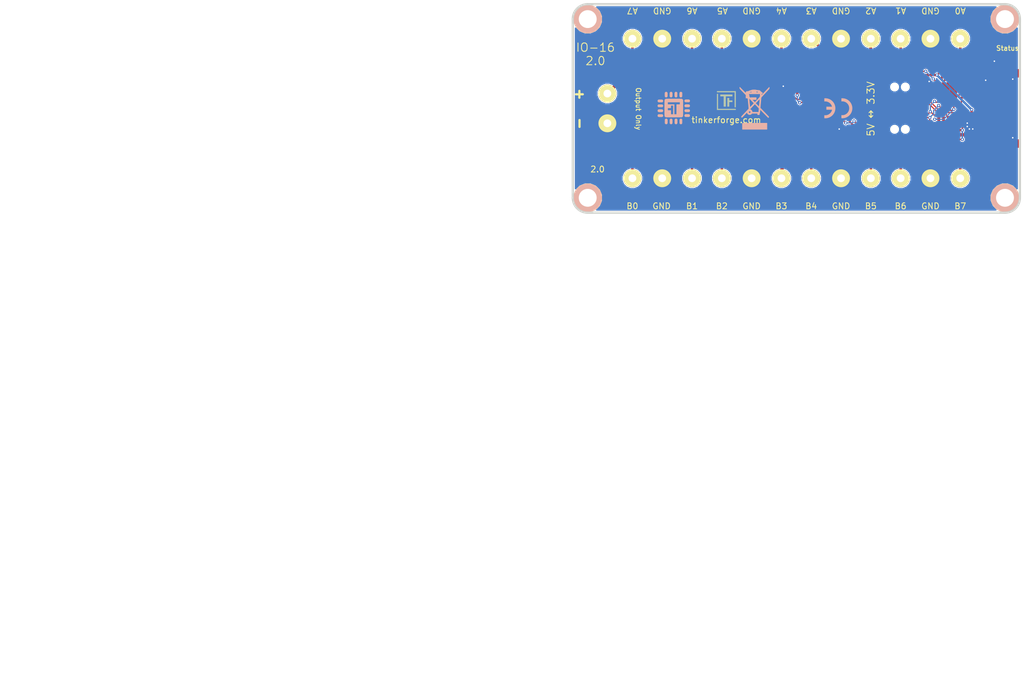
<source format=kicad_pcb>
(kicad_pcb (version 4) (host pcbnew 4.0.2+dfsg1-stable)
  (title_block (title "IO16 Bricklet") (date 2018-03-06) (rev 2.0) (company "Tinkerforge GmbH") (comment 1 "Licensed under CERN OHL v.1.1") (comment 2 "Copyright (©) 2018, L.Lauer <lukas@tinkerforge.com>"))
  (layers (0 Vorderseite signal) (31 Rückseite signal hide) (34 B.Paste user) (35 F.Paste user) (36 B.SilkS user) (37 F.SilkS user) (38 B.Mask user) (39 F.Mask user) (44 Edge.Cuts user))
  (net 0 "")
  (net 1 GND)
  (net 2 SCL)
  (net 3 SDA)
  (net 4 VAA)
  (net 5 VCC)
  (net 6 "Net-(J2-Pad2)")
  (net 7 "Net-(J3-Pad1)")
  (net 8 "Net-(J3-Pad2)")
  (net 9 "Net-(J4-Pad1)")
  (net 10 "Net-(J5-Pad2)")
  (net 11 "Net-(J6-Pad1)")
  (net 12 "Net-(J6-Pad2)")
  (net 13 "Net-(J7-Pad1)")
  (net 14 "Net-(J8-Pad1)")
  (net 15 "Net-(J9-Pad1)")
  (net 16 "Net-(J9-Pad2)")
  (net 17 "Net-(J10-Pad2)")
  (net 18 "Net-(J11-Pad1)")
  (net 19 "Net-(J12-Pad1)")
  (net 20 "Net-(J12-Pad2)")
  (net 21 "Net-(J13-Pad2)")
  (net 22 "Net-(SW1-Pad6)")
  (net 23 "Net-(SW1-Pad5)")
  (net 24 "Net-(SW1-Pad4)")
  (net 25 "Net-(C4-Pad1)")
  (net 26 "Net-(D1-Pad2)")
  (net 27 "Net-(P2-Pad1)")
  (net 28 "Net-(P3-Pad2)")
  (net 29 "Net-(R1-Pad1)")
  (net 30 RESET)
  (net 31 INT)
  (net 32 "Net-(P1-Pad4)")
  (net 33 "Net-(P1-Pad5)")
  (net 34 "Net-(P1-Pad6)")
  (net 35 S-MISO)
  (net 36 S-MOSI)
  (net 37 S-CLK)
  (net 38 S-CS)
  (net 39 +5V)
  (net 40 "Net-(U1-Pad3)")
  (net 41 "Net-(U1-Pad5)")
  (net 42 "Net-(U1-Pad6)")
  (net 43 "Net-(U1-Pad8)")
  (net 44 "Net-(U1-Pad11)")
  (net 45 "Net-(U1-Pad12)")
  (net 46 "Net-(U1-Pad16)")
  (net 47 "Net-(U1-Pad18)")
  (net 48 "Net-(U1-Pad20)")
  (net 49 "Net-(U1-Pad21)")
  (net 50 "Net-(U1-Pad15)")
  (module kicad-libraries:TSSOP24-44 (layer Vorderseite) (at 151.42 97.03)
    (fp_text reference U8)
    (fp_text value PCAL6416A)
    (pad 1 smd rect (at -3.57378 2.92354 180) (size 0.39878 1.34874) (layers Vorderseite F.Paste F.Mask) (net 31 INT))
    (pad 2 smd rect (at -2.92354 2.92354 180) (size 0.39878 1.34874) (layers Vorderseite F.Paste F.Mask) (net 5 VCC))
    (pad 3 smd rect (at -2.2733 2.92354 180) (size 0.39878 1.34874) (layers Vorderseite F.Paste F.Mask) (net 30 RESET))
    (pad 4 smd rect (at -1.62306 2.92354 180) (size 0.39878 1.34874) (layers Vorderseite F.Paste F.Mask) (net 6 "Net-(J2-Pad2)"))
    (pad 5 smd rect (at -0.97282 2.92354 180) (size 0.39878 1.34874) (layers Vorderseite F.Paste F.Mask) (net 8 "Net-(J3-Pad2)"))
    (pad 6 smd rect (at -0.32258 2.92354 180) (size 0.39878 1.34874) (layers Vorderseite F.Paste F.Mask) (net 7 "Net-(J3-Pad1)"))
    (pad 7 smd rect (at 0.32258 2.92354 180) (size 0.39878 1.34874) (layers Vorderseite F.Paste F.Mask) (net 9 "Net-(J4-Pad1)"))
    (pad 8 smd rect (at 0.97282 2.92354 180) (size 0.39878 1.34874) (layers Vorderseite F.Paste F.Mask) (net 10 "Net-(J5-Pad2)"))
    (pad 9 smd rect (at 1.62306 2.92354 180) (size 0.39878 1.34874) (layers Vorderseite F.Paste F.Mask) (net 12 "Net-(J6-Pad2)"))
    (pad 10 smd rect (at 2.2733 2.92354 180) (size 0.39878 1.34874) (layers Vorderseite F.Paste F.Mask) (net 11 "Net-(J6-Pad1)"))
    (pad 11 smd rect (at 2.92354 2.92354 180) (size 0.39878 1.34874) (layers Vorderseite F.Paste F.Mask) (net 13 "Net-(J7-Pad1)"))
    (pad 12 smd rect (at 3.57378 2.92354 180) (size 0.39878 1.34874) (layers Vorderseite F.Paste F.Mask) (net 1 GND))
    (pad 13 smd rect (at 3.57378 -2.92354) (size 0.39878 1.34874) (layers Vorderseite F.Paste F.Mask) (net 21 "Net-(J13-Pad2)"))
    (pad 14 smd rect (at 2.92354 -2.92354) (size 0.39878 1.34874) (layers Vorderseite F.Paste F.Mask) (net 20 "Net-(J12-Pad2)"))
    (pad 15 smd rect (at 2.2733 -2.92354) (size 0.39878 1.34874) (layers Vorderseite F.Paste F.Mask) (net 19 "Net-(J12-Pad1)"))
    (pad 16 smd rect (at 1.62306 -2.92354) (size 0.39878 1.34874) (layers Vorderseite F.Paste F.Mask) (net 18 "Net-(J11-Pad1)"))
    (pad 17 smd rect (at 0.97282 -2.92354) (size 0.39878 1.34874) (layers Vorderseite F.Paste F.Mask) (net 17 "Net-(J10-Pad2)"))
    (pad 18 smd rect (at 0.32258 -2.92354) (size 0.39878 1.34874) (layers Vorderseite F.Paste F.Mask) (net 16 "Net-(J9-Pad2)"))
    (pad 19 smd rect (at -0.32258 -2.92354) (size 0.39878 1.34874) (layers Vorderseite F.Paste F.Mask) (net 15 "Net-(J9-Pad1)"))
    (pad 20 smd rect (at -0.97282 -2.92354) (size 0.39878 1.34874) (layers Vorderseite F.Paste F.Mask) (net 14 "Net-(J8-Pad1)"))
    (pad 21 smd rect (at -1.62306 -2.92354) (size 0.39878 1.34874) (layers Vorderseite F.Paste F.Mask) (net 1 GND))
    (pad 22 smd rect (at -2.2733 -2.92354) (size 0.39878 1.34874) (layers Vorderseite F.Paste F.Mask) (net 2 SCL))
    (pad 23 smd rect (at -2.92354 -2.92354) (size 0.39878 1.34874) (layers Vorderseite F.Paste F.Mask) (net 3 SDA))
    (pad 24 smd rect (at -3.57378 -2.92354) (size 0.39878 1.34874) (layers Vorderseite F.Paste F.Mask) (net 4 VAA))
  )
  (module kicad-libraries:DRILL_NP (layer Vorderseite) (at 184 82.03)
    (fp_text reference U4 hide)
    (fp_text value DRILL hide)
    (pad "" np_thru_hole circle (at 0 0) (size 2.99974 2.99974) (drill 2.99974) (layers *.Cu *.Mask F.SilkS) (clearance 0.89916))
  )
  (module kicad-libraries:AKL_5_2 (layer Vorderseite) (at 134 85.32)
    (fp_text reference J9)
    (fp_text value AKL_5_2)
    (pad 1 thru_hole circle (at -2.49936 0) (size 2.99974 2.99974) (drill 1.30048) (layers *.Cu *.Mask F.SilkS) (net 15 "Net-(J9-Pad1)"))
    (pad 2 thru_hole circle (at 2.49936 0) (size 2.99974 2.99974) (drill 1.30048) (layers *.Cu *.Mask F.SilkS) (net 16 "Net-(J9-Pad2)"))
  )
  (module kicad-libraries:SLIDE_SWITCH (layer Vorderseite) (at 166.38 97.03 90)
    (fp_text reference SW1)
    (fp_text value Power_Select)
    (pad 6 smd rect (at -2.49936 -3.2004 90) (size 1.19888 1.6002) (layers Vorderseite F.Paste F.Mask) (net 22 "Net-(SW1-Pad6)"))
    (pad 5 smd rect (at 0 -3.2004 90) (size 1.19888 1.6002) (layers Vorderseite F.Paste F.Mask) (net 23 "Net-(SW1-Pad5)"))
    (pad 4 smd rect (at 2.49936 -3.2004 90) (size 1.19888 1.6002) (layers Vorderseite F.Paste F.Mask) (net 24 "Net-(SW1-Pad4)"))
    (pad 3 smd rect (at 2.49936 3.2004 90) (size 1.19888 1.6002) (layers Vorderseite F.Paste F.Mask) (net 5 VCC))
    (pad 2 smd rect (at 0 3.2004 90) (size 1.19888 1.6002) (layers Vorderseite F.Paste F.Mask) (net 4 VAA))
    (pad 1 smd rect (at -2.49936 3.2004 90) (size 1.19888 1.6002) (layers Vorderseite F.Paste F.Mask) (net 39 +5V))
    (pad "" np_thru_hole circle (at -3.5 -0.9 90) (size 1.2 1.2) (drill 1.2) (layers *.Cu *.Mask F.SilkS))
    (pad "" np_thru_hole circle (at -3.5 0.9 90) (size 1.2 1.2) (drill 1.2) (layers *.Cu *.Mask F.SilkS))
    (pad "" np_thru_hole circle (at 3.6 -0.9 90) (size 1.2 1.2) (drill 1.2) (layers *.Cu *.Mask F.SilkS))
    (pad "" np_thru_hole circle (at 3.6 0.9 90) (size 1.2 1.2) (drill 1.2) (layers *.Cu *.Mask F.SilkS))
  )
  (module kicad-libraries:DRILL_NP (layer Vorderseite) (at 184 112.03 180)
    (fp_text reference U7 hide)
    (fp_text value DRILL hide)
    (pad "" np_thru_hole circle (at 0 0 180) (size 2.99974 2.99974) (drill 2.99974) (layers *.Cu *.Mask F.SilkS) (clearance 0.89916))
  )
  (module kicad-libraries:DRILL_NP (layer Vorderseite) (at 114 112.03)
    (fp_text reference U6 hide)
    (fp_text value DRILL hide)
    (pad "" np_thru_hole circle (at 0 0) (size 2.99974 2.99974) (drill 2.99974) (layers *.Cu *.Mask F.SilkS) (clearance 0.89916))
  )
  (module kicad-libraries:DRILL_NP (layer Vorderseite) (at 114 82.03 90)
    (fp_text reference U5 hide)
    (fp_text value DRILL hide)
    (pad "" np_thru_hole circle (at 0 0 90) (size 2.99974 2.99974) (drill 2.99974) (layers *.Cu *.Mask F.SilkS) (clearance 0.89916))
  )
  (module kicad-libraries:CE_5mm (layer Rückseite) (at 156 97 180)
    (fp_text reference VAL hide)
    (fp_text value CE_5mm hide)
  )
  (module kicad-libraries:WEEE_7mm (layer Rückseite) (at 142 97 180)
    (fp_text reference VAL hide)
    (fp_text value WEEE_7mm hide)
  )
  (module kicad-libraries:Fiducial_Mark (layer Vorderseite) (at 113 108.03)
    (fp_text reference Fiducial_Mark hide)
    (fp_text value VAL** hide)
    (pad 1 smd circle (at 0 0) (size 1.00076 1.00076) (layers Vorderseite F.Paste F.Mask) (clearance 0.65024))
  )
  (module kicad-libraries:Fiducial_Mark (layer Vorderseite) (at 180.21 85.05)
    (fp_text reference Fiducial_Mark hide)
    (fp_text value VAL** hide)
    (pad 1 smd circle (at 0 0) (size 1.00076 1.00076) (layers Vorderseite F.Paste F.Mask) (clearance 0.65024))
  )
  (module kicad-libraries:Logo_31x31 (layer Vorderseite) (at 135.67664 94.12478)
    (fp_text reference Ref** hide)
    (fp_text value Val** hide)
  )
  (module kicad-libraries:AKL_5_2 (layer Vorderseite) (at 164 85.32)
    (fp_text reference J12)
    (fp_text value AKL_5_2)
    (pad 1 thru_hole circle (at -2.49936 0) (size 2.99974 2.99974) (drill 1.30048) (layers *.Cu *.Mask F.SilkS) (net 19 "Net-(J12-Pad1)"))
    (pad 2 thru_hole circle (at 2.49936 0) (size 2.99974 2.99974) (drill 1.30048) (layers *.Cu *.Mask F.SilkS) (net 20 "Net-(J12-Pad2)"))
  )
  (module kicad-libraries:AKL_5_2 (layer Vorderseite) (at 154 85.32)
    (fp_text reference J11)
    (fp_text value AKL_5_2)
    (pad 1 thru_hole circle (at -2.49936 0) (size 2.99974 2.99974) (drill 1.30048) (layers *.Cu *.Mask F.SilkS) (net 18 "Net-(J11-Pad1)"))
    (pad 2 thru_hole circle (at 2.49936 0) (size 2.99974 2.99974) (drill 1.30048) (layers *.Cu *.Mask F.SilkS) (net 1 GND))
  )
  (module kicad-libraries:AKL_5_2 (layer Vorderseite) (at 144 85.32)
    (fp_text reference J10)
    (fp_text value AKL_5_2)
    (pad 1 thru_hole circle (at -2.49936 0) (size 2.99974 2.99974) (drill 1.30048) (layers *.Cu *.Mask F.SilkS) (net 1 GND))
    (pad 2 thru_hole circle (at 2.49936 0) (size 2.99974 2.99974) (drill 1.30048) (layers *.Cu *.Mask F.SilkS) (net 17 "Net-(J10-Pad2)"))
  )
  (module kicad-libraries:AKL_5_2 (layer Vorderseite) (at 174 108.75 180)
    (fp_text reference J7)
    (fp_text value AKL_5_2)
    (pad 1 thru_hole circle (at -2.49936 0 180) (size 2.99974 2.99974) (drill 1.30048) (layers *.Cu *.Mask F.SilkS) (net 13 "Net-(J7-Pad1)"))
    (pad 2 thru_hole circle (at 2.49936 0 180) (size 2.99974 2.99974) (drill 1.30048) (layers *.Cu *.Mask F.SilkS) (net 1 GND))
  )
  (module kicad-libraries:AKL_5_2 (layer Vorderseite) (at 164 108.75 180)
    (fp_text reference J6)
    (fp_text value AKL_5_2)
    (pad 1 thru_hole circle (at -2.49936 0 180) (size 2.99974 2.99974) (drill 1.30048) (layers *.Cu *.Mask F.SilkS) (net 11 "Net-(J6-Pad1)"))
    (pad 2 thru_hole circle (at 2.49936 0 180) (size 2.99974 2.99974) (drill 1.30048) (layers *.Cu *.Mask F.SilkS) (net 12 "Net-(J6-Pad2)"))
  )
  (module kicad-libraries:AKL_5_2 (layer Vorderseite) (at 154 108.75 180)
    (fp_text reference J5)
    (fp_text value AKL_5_2)
    (pad 1 thru_hole circle (at -2.49936 0 180) (size 2.99974 2.99974) (drill 1.30048) (layers *.Cu *.Mask F.SilkS) (net 1 GND))
    (pad 2 thru_hole circle (at 2.49936 0 180) (size 2.99974 2.99974) (drill 1.30048) (layers *.Cu *.Mask F.SilkS) (net 10 "Net-(J5-Pad2)"))
  )
  (module kicad-libraries:AKL_5_2 (layer Vorderseite) (at 144 108.75 180)
    (fp_text reference J4)
    (fp_text value AKL_5_2)
    (pad 1 thru_hole circle (at -2.49936 0 180) (size 2.99974 2.99974) (drill 1.30048) (layers *.Cu *.Mask F.SilkS) (net 9 "Net-(J4-Pad1)"))
    (pad 2 thru_hole circle (at 2.49936 0 180) (size 2.99974 2.99974) (drill 1.30048) (layers *.Cu *.Mask F.SilkS) (net 1 GND))
  )
  (module kicad-libraries:AKL_5_2 (layer Vorderseite) (at 117.29974 97.02546 90)
    (fp_text reference J1)
    (fp_text value AKL_5_2)
    (pad 1 thru_hole circle (at -2.49936 0 90) (size 2.99974 2.99974) (drill 1.30048) (layers *.Cu *.Mask F.SilkS) (net 1 GND))
    (pad 2 thru_hole circle (at 2.49936 0 90) (size 2.99974 2.99974) (drill 1.30048) (layers *.Cu *.Mask F.SilkS) (net 4 VAA))
  )
  (module kicad-libraries:AKL_5_2 (layer Vorderseite) (at 124 85.32)
    (fp_text reference J8)
    (fp_text value AKL_5_2)
    (pad 1 thru_hole circle (at -2.49936 0) (size 2.99974 2.99974) (drill 1.30048) (layers *.Cu *.Mask F.SilkS) (net 14 "Net-(J8-Pad1)"))
    (pad 2 thru_hole circle (at 2.49936 0) (size 2.99974 2.99974) (drill 1.30048) (layers *.Cu *.Mask F.SilkS) (net 1 GND))
  )
  (module kicad-libraries:AKL_5_2 (layer Vorderseite) (at 134 108.75 180)
    (fp_text reference J3)
    (fp_text value AKL_5_2)
    (pad 1 thru_hole circle (at -2.49936 0 180) (size 2.99974 2.99974) (drill 1.30048) (layers *.Cu *.Mask F.SilkS) (net 7 "Net-(J3-Pad1)"))
    (pad 2 thru_hole circle (at 2.49936 0 180) (size 2.99974 2.99974) (drill 1.30048) (layers *.Cu *.Mask F.SilkS) (net 8 "Net-(J3-Pad2)"))
  )
  (module kicad-libraries:AKL_5_2 (layer Vorderseite) (at 174 85.32)
    (fp_text reference J13)
    (fp_text value AKL_5_2)
    (pad 1 thru_hole circle (at -2.49936 0) (size 2.99974 2.99974) (drill 1.30048) (layers *.Cu *.Mask F.SilkS) (net 1 GND))
    (pad 2 thru_hole circle (at 2.49936 0) (size 2.99974 2.99974) (drill 1.30048) (layers *.Cu *.Mask F.SilkS) (net 21 "Net-(J13-Pad2)"))
  )
  (module kicad-libraries:AKL_5_2 (layer Vorderseite) (at 124 108.75 180)
    (fp_text reference J2)
    (fp_text value AKL_5_2)
    (pad 1 thru_hole circle (at -2.49936 0 180) (size 2.99974 2.99974) (drill 1.30048) (layers *.Cu *.Mask F.SilkS) (net 1 GND))
    (pad 2 thru_hole circle (at 2.49936 0 180) (size 2.99974 2.99974) (drill 1.30048) (layers *.Cu *.Mask F.SilkS) (net 6 "Net-(J2-Pad2)"))
  )
  (module kicad-libraries:DEBUG_PAD (layer Vorderseite) (at 167.88 91.3)
    (fp_text reference P2)
    (fp_text value DEBUG)
    (pad 1 smd circle (at 0 0) (size 0.7 0.7) (layers Vorderseite F.Paste F.Mask) (net 27 "Net-(P2-Pad1)"))
  )
  (module kicad-libraries:SolderJumper (layer Vorderseite) (at 181.23 89.1 180)
    (fp_text reference P3)
    (fp_text value BOOT)
    (pad 2 smd rect (at 0.55 0 180) (size 0.3 1.4) (layers Vorderseite F.Mask) (net 28 "Net-(P3-Pad2)"))
    (pad 2 smd rect (at 0.15 0 180) (size 0.6 0.5) (layers Vorderseite F.Mask) (net 28 "Net-(P3-Pad2)"))
    (pad 1 smd rect (at -0.5 0 180) (size 0.4 1.4) (layers Vorderseite F.Mask) (net 1 GND))
    (pad 1 smd rect (at -0.225 0.55 180) (size 0.95 0.3) (layers Vorderseite F.Mask) (net 1 GND))
    (pad 1 smd rect (at -0.225 -0.55 180) (size 0.95 0.3) (layers Vorderseite F.Mask) (net 1 GND))
  )
  (module kicad-libraries:QFN24-4x4mm-0.5mm (layer Vorderseite) (at 174.66 93.97 270)
    (fp_text reference U1)
    (fp_text value XMC1XXX24)
    (pad 1 smd oval (at -2.025 -1.25 270) (size 1 0.3) (layers Vorderseite F.Paste F.Mask) (net 35 S-MISO))
    (pad 2 smd oval (at -2.025 -0.75 270) (size 1 0.3) (layers Vorderseite F.Paste F.Mask) (net 29 "Net-(R1-Pad1)"))
    (pad 3 smd oval (at -2.025 -0.25 270) (size 1 0.3) (layers Vorderseite F.Paste F.Mask) (net 40 "Net-(U1-Pad3)"))
    (pad 4 smd oval (at -2.025 0.25 270) (size 1 0.3) (layers Vorderseite F.Paste F.Mask) (net 28 "Net-(P3-Pad2)"))
    (pad 5 smd oval (at -2.025 0.75 270) (size 1 0.3) (layers Vorderseite F.Paste F.Mask) (net 41 "Net-(U1-Pad5)"))
    (pad 6 smd oval (at -2.025 1.25 270) (size 1 0.3) (layers Vorderseite F.Paste F.Mask) (net 42 "Net-(U1-Pad6)"))
    (pad 7 smd oval (at -1.25 2.025) (size 1 0.3) (layers Vorderseite F.Paste F.Mask) (net 27 "Net-(P2-Pad1)"))
    (pad 8 smd oval (at -0.75 2.025) (size 1 0.3) (layers Vorderseite F.Paste F.Mask) (net 43 "Net-(U1-Pad8)"))
    (pad 9 smd oval (at -0.25 2.025) (size 1 0.3) (layers Vorderseite F.Paste F.Mask) (net 1 GND))
    (pad 10 smd oval (at 0.25 2.025) (size 1 0.3) (layers Vorderseite F.Paste F.Mask) (net 5 VCC))
    (pad 11 smd oval (at 0.75 2.025) (size 1 0.3) (layers Vorderseite F.Paste F.Mask) (net 44 "Net-(U1-Pad11)"))
    (pad 12 smd oval (at 1.25 2.025) (size 1 0.3) (layers Vorderseite F.Paste F.Mask) (net 45 "Net-(U1-Pad12)"))
    (pad 13 smd oval (at 2.025 1.25 270) (size 1 0.3) (layers Vorderseite F.Paste F.Mask) (net 31 INT))
    (pad 14 smd oval (at 2.025 0.75 270) (size 1 0.3) (layers Vorderseite F.Paste F.Mask) (net 30 RESET))
    (pad 15 smd oval (at 2.025 0.25 270) (size 1 0.3) (layers Vorderseite F.Paste F.Mask) (net 50 "Net-(U1-Pad15)"))
    (pad 16 smd oval (at 2.025 -0.25 270) (size 1 0.3) (layers Vorderseite F.Paste F.Mask) (net 46 "Net-(U1-Pad16)"))
    (pad 17 smd oval (at 2.025 -0.75 270) (size 1 0.3) (layers Vorderseite F.Paste F.Mask) (net 3 SDA))
    (pad 18 smd oval (at 2.025 -1.25 270) (size 1 0.3) (layers Vorderseite F.Paste F.Mask) (net 47 "Net-(U1-Pad18)"))
    (pad 19 smd oval (at 1.25 -2.025) (size 1 0.3) (layers Vorderseite F.Paste F.Mask) (net 2 SCL))
    (pad 20 smd oval (at 0.75 -2.025) (size 1 0.3) (layers Vorderseite F.Paste F.Mask) (net 48 "Net-(U1-Pad20)"))
    (pad 21 smd oval (at 0.25 -2.025) (size 1 0.3) (layers Vorderseite F.Paste F.Mask) (net 49 "Net-(U1-Pad21)"))
    (pad 22 smd oval (at -0.25 -2.025) (size 1 0.3) (layers Vorderseite F.Paste F.Mask) (net 38 S-CS))
    (pad 23 smd oval (at -0.75 -2.025) (size 1 0.3) (layers Vorderseite F.Paste F.Mask) (net 37 S-CLK))
    (pad 24 smd oval (at -1.25 -2.025) (size 1 0.3) (layers Vorderseite F.Paste F.Mask) (net 36 S-MOSI))
    (pad EXP smd rect (at 0.65 0.65 270) (size 1.3 1.3) (layers Vorderseite F.Paste F.Mask) (net 1 GND))
    (pad EXP smd rect (at 0.65 -0.65 270) (size 1.3 1.3) (layers Vorderseite F.Paste F.Mask) (net 1 GND))
    (pad EXP smd rect (at -0.65 0.65 270) (size 1.3 1.3) (layers Vorderseite F.Paste F.Mask) (net 1 GND))
    (pad EXP smd rect (at -0.65 -0.65 270) (size 1.3 1.3) (layers Vorderseite F.Paste F.Mask) (net 1 GND))
  )
  (module kicad-libraries:CON-SENSOR2 (layer Vorderseite) (at 186.5 97.03 90)
    (fp_text reference P1)
    (fp_text value CON-SENSOR2)
    (pad 1 smd rect (at -3.75 -4.6 90) (size 0.6 1.8) (layers Vorderseite F.Paste F.Mask) (net 39 +5V))
    (pad 2 smd rect (at -2.5 -4.6 90) (size 0.6 1.8) (layers Vorderseite F.Paste F.Mask) (net 1 GND))
    (pad EP smd rect (at -5.9 -1.2 90) (size 1.4 2.4) (layers Vorderseite F.Paste F.Mask) (net 1 GND))
    (pad EP smd rect (at 5.9 -1.2 90) (size 1.4 2.4) (layers Vorderseite F.Paste F.Mask) (net 1 GND))
    (pad 3 smd rect (at -1.25 -4.6 90) (size 0.6 1.8) (layers Vorderseite F.Paste F.Mask) (net 5 VCC))
    (pad 4 smd rect (at 0 -4.6 90) (size 0.6 1.8) (layers Vorderseite F.Paste F.Mask) (net 32 "Net-(P1-Pad4)"))
    (pad 5 smd rect (at 1.25 -4.6 90) (size 0.6 1.8) (layers Vorderseite F.Paste F.Mask) (net 33 "Net-(P1-Pad5)"))
    (pad 6 smd rect (at 2.5 -4.6 90) (size 0.6 1.8) (layers Vorderseite F.Paste F.Mask) (net 34 "Net-(P1-Pad6)"))
    (pad 7 smd rect (at 3.75 -4.6 90) (size 0.6 1.8) (layers Vorderseite F.Paste F.Mask) (net 25 "Net-(C4-Pad1)"))
  )
  (module kicad-libraries:Logo_CoMCU (layer Rückseite) (at 128.44 96.96 180)
    (fp_text reference G*** hide)
    (fp_text value LOGO hide)
  )
  (module kicad-libraries:C0805 (layer Vorderseite) (at 179.89 99 270)
    (fp_text reference C1)
    (fp_text value 10uF)
    (pad 1 smd rect (at -1.00076 0 270) (size 1.00076 1.24968) (layers Vorderseite F.Paste F.Mask) (net 5 VCC) (clearance 0.14986))
    (pad 2 smd rect (at 1.00076 0 270) (size 1.00076 1.24968) (layers Vorderseite F.Paste F.Mask) (net 1 GND) (clearance 0.14986))
  )
  (module kicad-libraries:C0603F (layer Vorderseite) (at 156.19 99.01 270)
    (fp_text reference C2)
    (fp_text value 100nF)
    (pad 1 smd rect (at -0.75 0 270) (size 0.9 0.9) (layers Vorderseite F.Paste F.Mask) (net 5 VCC))
    (pad 2 smd rect (at 0.75 0 270) (size 0.9 0.9) (layers Vorderseite F.Paste F.Mask) (net 1 GND))
  )
  (module kicad-libraries:C0603F (layer Vorderseite) (at 146.06 92.57 180)
    (fp_text reference C3)
    (fp_text value 100nF)
    (pad 1 smd rect (at -0.75 0 180) (size 0.9 0.9) (layers Vorderseite F.Paste F.Mask) (net 1 GND))
    (pad 2 smd rect (at 0.75 0 180) (size 0.9 0.9) (layers Vorderseite F.Paste F.Mask) (net 4 VAA))
  )
  (module kicad-libraries:C0402F (layer Vorderseite) (at 180.13 92.8 90)
    (fp_text reference C4)
    (fp_text value 220pF)
    (pad 2 smd rect (at 0.5 0 90) (size 0.6 0.7) (layers Vorderseite F.Paste F.Mask) (net 1 GND))
    (pad 1 smd rect (at -0.5 0 90) (size 0.6 0.7) (layers Vorderseite F.Paste F.Mask) (net 25 "Net-(C4-Pad1)"))
  )
  (module kicad-libraries:C0603F (layer Vorderseite) (at 178.4 99 270)
    (fp_text reference C5)
    (fp_text value 1uF)
    (pad 1 smd rect (at -0.75 0 270) (size 0.9 0.9) (layers Vorderseite F.Paste F.Mask) (net 5 VCC))
    (pad 2 smd rect (at 0.75 0 270) (size 0.9 0.9) (layers Vorderseite F.Paste F.Mask) (net 1 GND))
  )
  (module kicad-libraries:C0603F (layer Vorderseite) (at 171.28 93.99 90)
    (fp_text reference C6)
    (fp_text value 100nF)
    (pad 1 smd rect (at -0.75 0 90) (size 0.9 0.9) (layers Vorderseite F.Paste F.Mask) (net 5 VCC))
    (pad 2 smd rect (at 0.75 0 90) (size 0.9 0.9) (layers Vorderseite F.Paste F.Mask) (net 1 GND))
  )
  (module kicad-libraries:D0603F (layer Vorderseite) (at 184.43 88.15)
    (fp_text reference D1)
    (fp_text value blue)
    (pad 1 smd rect (at -0.75 0) (size 0.9 0.9) (layers Vorderseite F.Paste F.Mask) (net 5 VCC))
    (pad 2 smd rect (at 0.75 0) (size 0.9 0.9) (layers Vorderseite F.Paste F.Mask) (net 26 "Net-(D1-Pad2)"))
  )
  (module kicad-libraries:R0603F (layer Vorderseite) (at 184.43 89.51)
    (fp_text reference R1)
    (fp_text value 1k)
    (pad 1 smd rect (at -0.75 0) (size 0.9 0.9) (layers Vorderseite F.Paste F.Mask) (net 29 "Net-(R1-Pad1)"))
    (pad 2 smd rect (at 0.75 0) (size 0.9 0.9) (layers Vorderseite F.Paste F.Mask) (net 26 "Net-(D1-Pad2)"))
  )
  (module kicad-libraries:4X0603 (layer Vorderseite) (at 174.09 99.68 180)
    (fp_text reference RP1)
    (fp_text value 2k2)
    (pad 1 smd rect (at -1.19888 -0.8509 180) (size 0.44958 0.89916) (layers Vorderseite F.Paste F.Mask) (net 5 VCC))
    (pad 2 smd rect (at -0.39878 -0.8509 180) (size 0.44958 0.89916) (layers Vorderseite F.Paste F.Mask) (net 5 VCC))
    (pad 3 smd rect (at 0.39878 -0.8509 180) (size 0.44958 0.89916) (layers Vorderseite F.Paste F.Mask) (net 5 VCC))
    (pad 4 smd rect (at 1.19888 -0.8509 180) (size 0.44958 0.89916) (layers Vorderseite F.Paste F.Mask) (net 5 VCC))
    (pad 5 smd rect (at 1.19888 0.8509 180) (size 0.44958 0.89916) (layers Vorderseite F.Paste F.Mask) (net 3 SDA))
    (pad 6 smd rect (at 0.39878 0.8509 180) (size 0.44958 0.89916) (layers Vorderseite F.Paste F.Mask) (net 30 RESET))
    (pad 7 smd rect (at -0.39878 0.8509 180) (size 0.44958 0.89916) (layers Vorderseite F.Paste F.Mask) (net 31 INT))
    (pad 8 smd rect (at -1.19888 0.8509 180) (size 0.44958 0.89916) (layers Vorderseite F.Paste F.Mask) (net 2 SCL))
  )
  (module kicad-libraries:4X0402 (layer Vorderseite) (at 179.66 95.13 90)
    (fp_text reference RP2)
    (fp_text value 82)
    (pad 1 smd rect (at -0.7493 0.575 270) (size 0.29972 0.65) (layers Vorderseite F.Paste F.Mask) (net 32 "Net-(P1-Pad4)"))
    (pad 2 smd rect (at -0.24892 0.575 270) (size 0.29972 0.65) (layers Vorderseite F.Paste F.Mask) (net 33 "Net-(P1-Pad5)"))
    (pad 3 smd rect (at 0.24892 0.575 270) (size 0.29972 0.65) (layers Vorderseite F.Paste F.Mask) (net 34 "Net-(P1-Pad6)"))
    (pad 4 smd rect (at 0.7493 0.575 270) (size 0.29972 0.65) (layers Vorderseite F.Paste F.Mask) (net 25 "Net-(C4-Pad1)"))
    (pad 5 smd rect (at 0.7493 -0.575 90) (size 0.29972 0.65) (layers Vorderseite F.Paste F.Mask) (net 35 S-MISO))
    (pad 6 smd rect (at 0.24892 -0.575 90) (size 0.29972 0.65) (layers Vorderseite F.Paste F.Mask) (net 36 S-MOSI))
    (pad 7 smd rect (at -0.24892 -0.575 90) (size 0.29972 0.65) (layers Vorderseite F.Paste F.Mask) (net 37 S-CLK))
    (pad 8 smd rect (at -0.7493 -0.575 90) (size 0.29972 0.65) (layers Vorderseite F.Paste F.Mask) (net 38 S-CS))
  )
  (gr_text Status (at 184.43 86.92) (layer F.SilkS) (effects (font (size 0.8 0.8))))
  (gr_line (start 111.5 82.03) (end 111.5 112.03) (angle 90) (layer Edge.Cuts) (width 0.381))
  (gr_line (start 184 79.53) (end 114 79.53) (angle 90) (layer Edge.Cuts) (width 0.381))
  (gr_line (start 186.5 112.03) (end 186.5 82.03) (angle 90) (layer Edge.Cuts) (width 0.381))
  (gr_line (start 114 114.53) (end 184 114.53) (angle 90) (layer Edge.Cuts) (width 0.381))
  (gr_arc (start 114 112.03) (end 114 114.53) (angle 90) (layer Edge.Cuts) (width 0.381))
  (gr_arc (start 184 112.03) (end 186.5 112.03) (angle 90) (layer Edge.Cuts) (width 0.381))
  (gr_arc (start 184 82.03) (end 184 79.53) (angle 90) (layer Edge.Cuts) (width 0.381))
  (gr_arc (start 114 82.03) (end 111.5 82.03) (angle 90) (layer Edge.Cuts) (width 0.381))
  (gr_text 2.0 (at 115.65128 107.24896) (layer F.SilkS) (effects (font (size 1.00076 1.00076) (thickness 0.14986))))
  (gr_text - (at 112.52454 99.55022 90) (layer F.SilkS) (effects (font (size 1.50114 1.50114) (thickness 0.37592))))
  (gr_text + (at 112.60074 94.54896) (layer F.SilkS) (effects (font (size 1.50114 1.50114) (thickness 0.37592))))
  (gr_text tinkerforge.com (at 137.25144 98.97364) (layer F.SilkS) (effects (font (size 1.00076 1.00076) (thickness 0.14986))))
  (gr_text "Output Only" (at 122.49912 97.09912 270) (layer F.SilkS) (effects (font (size 0.8001 0.8001) (thickness 0.14986))))
  (gr_line (start 161.509668 97.433809) (end 161.809388 97.733529) (angle 90) (layer F.SilkS) (width 0.17018))
  (gr_line (start 161.209948 97.733529) (end 161.509668 97.433809) (angle 90) (layer F.SilkS) (width 0.17018))
  (gr_line (start 161.509668 98.533628) (end 161.809388 98.233908) (angle 90) (layer F.SilkS) (width 0.17018))
  (gr_line (start 161.509668 98.533628) (end 161.209948 98.233908) (angle 90) (layer F.SilkS) (width 0.17018))
  (gr_line (start 161.509668 98.533628) (end 161.509668 97.631929) (angle 90) (layer F.SilkS) (width 0.17018))
  (gr_text 5V (at 161.5 100.63 90) (layer F.SilkS) (effects (font (size 1.19888 1.19888) (thickness 0.14986))))
  (gr_text 3.3V (at 161.5 94.43 90) (layer F.SilkS) (effects (font (size 1.19888 1.19888) (thickness 0.14986))))
  (gr_text B7 (at 176.49952 113.4237) (layer F.SilkS) (effects (font (size 1.00076 1.00076) (thickness 0.14986))))
  (gr_text GND (at 171.49826 113.4237) (layer F.SilkS) (effects (font (size 1.00076 1.00076) (thickness 0.14986))))
  (gr_text B6 (at 166.497 113.4237) (layer F.SilkS) (effects (font (size 1.00076 1.00076) (thickness 0.14986))))
  (gr_text B5 (at 161.49828 113.4237) (layer F.SilkS) (effects (font (size 1.00076 1.00076) (thickness 0.14986))))
  (gr_text GND (at 156.49702 113.4237) (layer F.SilkS) (effects (font (size 1.00076 1.00076) (thickness 0.14986))))
  (gr_text B4 (at 151.4983 113.4237) (layer F.SilkS) (effects (font (size 1.00076 1.00076) (thickness 0.14986))))
  (gr_text B3 (at 146.49704 113.4237) (layer F.SilkS) (effects (font (size 1.00076 1.00076) (thickness 0.14986))))
  (gr_text GND (at 141.49832 113.4237) (layer F.SilkS) (effects (font (size 1.00076 1.00076) (thickness 0.14986))))
  (gr_text B2 (at 136.49706 113.4237) (layer F.SilkS) (effects (font (size 1.00076 1.00076) (thickness 0.14986))))
  (gr_text B1 (at 131.49834 113.4237) (layer F.SilkS) (effects (font (size 1.00076 1.00076) (thickness 0.14986))))
  (gr_text GND (at 126.39802 113.4237) (layer F.SilkS) (effects (font (size 1.00076 1.00076) (thickness 0.14986))))
  (gr_text B0 (at 121.49836 113.4237) (layer F.SilkS) (effects (font (size 1.00076 1.00076) (thickness 0.14986))))
  (gr_text A7 (at 121.49836 80.62468 180) (layer F.SilkS) (effects (font (size 1.00076 1.00076) (thickness 0.14986))))
  (gr_text A6 (at 131.49834 80.62468 180) (layer F.SilkS) (effects (font (size 1.00076 1.00076) (thickness 0.14986))))
  (gr_text A5 (at 136.59866 80.62468 180) (layer F.SilkS) (effects (font (size 1.00076 1.00076) (thickness 0.14986))))
  (gr_text A4 (at 146.49704 80.62468 180) (layer F.SilkS) (effects (font (size 1.00076 1.00076) (thickness 0.14986))))
  (gr_text A3 (at 151.4983 80.62468 180) (layer F.SilkS) (effects (font (size 1.00076 1.00076) (thickness 0.14986))))
  (gr_text A2 (at 161.49828 80.62468 180) (layer F.SilkS) (effects (font (size 1.00076 1.00076) (thickness 0.14986))))
  (gr_text A1 (at 166.497 80.62468 180) (layer F.SilkS) (effects (font (size 1.00076 1.00076) (thickness 0.14986))))
  (gr_text A0 (at 176.49952 80.62468 180) (layer F.SilkS) (effects (font (size 1.00076 1.00076) (thickness 0.14986))))
  (gr_text GND (at 171.49826 80.62468 180) (layer F.SilkS) (effects (font (size 1.00076 1.00076) (thickness 0.14986))))
  (gr_text GND (at 156.49702 80.62468 180) (layer F.SilkS) (effects (font (size 1.00076 1.00076) (thickness 0.14986))))
  (gr_text GND (at 141.49832 80.62468 180) (layer F.SilkS) (effects (font (size 1.00076 1.00076) (thickness 0.14986))))
  (gr_text GND (at 126.49708 80.62468 180) (layer F.SilkS) (effects (font (size 1.00076 1.00076) (thickness 0.14986))))
  (gr_text "IO-16\n2.0" (at 115.29822 87.92464) (layer F.SilkS) (effects (font (size 1.39954 1.39954) (thickness 0.14986))))
  (segment (start 180.13 92.3) (end 180.76 92.3) (width 0.55) (layer Vorderseite) (net 1))
  (via (at 180.76 92.3) (size 0.55) (drill 0.25) (layers Vorderseite Rückseite) (net 1))
  (segment (start 181.73 89.1) (end 181.73 89.52) (width 0.2) (layer Vorderseite) (net 1))
  (segment (start 181.73 89.52) (end 181.57 89.68) (width 0.2) (layer Vorderseite) (net 1))
  (segment (start 181.57 89.68) (end 181.3 89.68) (width 0.2) (layer Vorderseite) (net 1))
  (segment (start 181.3 89.68) (end 181.455 89.65) (width 0.2) (layer Vorderseite) (net 1))
  (segment (start 181.455 88.55) (end 181.61 88.55) (width 0.2) (layer Vorderseite) (net 1))
  (segment (start 181.61 88.55) (end 181.76 88.7) (width 0.2) (layer Vorderseite) (net 1))
  (segment (start 181.76 88.7) (end 181.76 89.11) (width 0.2) (layer Vorderseite) (net 1))
  (segment (start 181.76 89.11) (end 181.73 89.1) (width 0.2) (layer Vorderseite) (net 1))
  (segment (start 154.99378 99.95354) (end 155.27646 99.95354) (width 0.4) (layer Vorderseite) (net 1))
  (segment (start 155.27646 99.95354) (end 155.47 99.76) (width 0.4) (layer Vorderseite) (net 1))
  (segment (start 155.47 99.76) (end 156.19 99.76) (width 0.4) (layer Vorderseite) (net 1))
  (segment (start 155.47 99.76) (end 156.19 99.76) (width 0.2) (layer Vorderseite) (net 1))
  (segment (start 155.27646 99.95354) (end 155.47 99.76) (width 0.2) (layer Vorderseite) (net 1))
  (segment (start 156.19 99.76) (end 156.19 100.49) (width 0.55) (layer Vorderseite) (net 1))
  (via (at 156.19 100.49) (size 0.55) (drill 0.25) (layers Vorderseite Rückseite) (net 1))
  (segment (start 181.73 89.1) (end 182.22 89.1) (width 0.25) (layer Vorderseite) (net 1))
  (via (at 182.22 89.1) (size 0.55) (drill 0.25) (layers Vorderseite Rückseite) (net 1))
  (segment (start 171.28 93.24) (end 171.28 92.5) (width 0.55) (layer Vorderseite) (net 1))
  (via (at 171.28 92.5) (size 0.55) (drill 0.25) (layers Vorderseite Rückseite) (net 1))
  (segment (start 174.01 94.62) (end 174.01 93.32) (width 0.3) (layer Vorderseite) (net 1))
  (segment (start 175.31 94.62) (end 174.01 94.62) (width 0.3) (layer Vorderseite) (net 1))
  (segment (start 175.31 93.32) (end 175.31 94.62) (width 0.3) (layer Vorderseite) (net 1))
  (segment (start 174.01 93.32) (end 175.31 93.32) (width 0.3) (layer Vorderseite) (net 1))
  (segment (start 172.635 93.72) (end 173.61 93.72) (width 0.3) (layer Vorderseite) (net 1))
  (segment (start 173.61 93.72) (end 174.01 93.32) (width 0.3) (layer Vorderseite) (net 1))
  (segment (start 172.635 93.72) (end 172.1 93.72) (width 0.3) (layer Vorderseite) (net 1))
  (segment (start 172.1 93.72) (end 171.62 93.24) (width 0.3) (layer Vorderseite) (net 1))
  (segment (start 171.62 93.24) (end 171.28 93.24) (width 0.3) (layer Vorderseite) (net 1))
  (segment (start 154.99732 99.95) (end 154.99378 99.95354) (width 0.4) (layer Vorderseite) (net 1))
  (segment (start 146.81 92.57) (end 146.81 93.3) (width 0.55) (layer Vorderseite) (net 1))
  (via (at 146.81 93.3) (size 0.55) (drill 0.25) (layers Vorderseite Rückseite) (net 1))
  (segment (start 149.79694 94.10646) (end 149.79694 93.32694) (width 0.4) (layer Vorderseite) (net 1))
  (segment (start 149.04 92.57) (end 146.81 92.57) (width 0.4) (layer Vorderseite) (net 1))
  (segment (start 149.79694 93.32694) (end 149.04 92.57) (width 0.4) (layer Vorderseite) (net 1))
  (segment (start 179.23076 100.00076) (end 179.89 100.00076) (width 0.55) (layer Vorderseite) (net 1))
  (segment (start 181.9 99.53) (end 180.93 99.53) (width 0.55) (layer Vorderseite) (net 1))
  (segment (start 180.93 99.53) (end 180.45924 100.00076) (width 0.55) (layer Vorderseite) (net 1))
  (segment (start 180.45924 100.00076) (end 179.89 100.00076) (width 0.55) (layer Vorderseite) (net 1))
  (segment (start 185.3 102.93) (end 185.3 101.95) (width 0.55) (layer Vorderseite) (net 1))
  (via (at 185.3 101.95) (size 0.55) (drill 0.25) (layers Vorderseite Rückseite) (net 1))
  (segment (start 185.3 91.13) (end 185.3 92.11) (width 0.55) (layer Vorderseite) (net 1))
  (via (at 185.3 92.11) (size 0.55) (drill 0.25) (layers Vorderseite Rückseite) (net 1))
  (segment (start 178.98 99.75) (end 179.23076 100.00076) (width 0.55) (layer Vorderseite) (net 1))
  (via (at 178.59 100.48) (size 0.55) (drill 0.25) (layers Vorderseite Rückseite) (net 1))
  (segment (start 177.67 99.5) (end 178.15 99.5) (width 0.55) (layer Vorderseite) (net 1))
  (via (at 177.67 99.5) (size 0.55) (drill 0.25) (layers Vorderseite Rückseite) (net 1))
  (segment (start 178.15 99.5) (end 178.4 99.75) (width 0.55) (layer Vorderseite) (net 1))
  (segment (start 177.67 100.06) (end 177.67 100.4) (width 0.55) (layer Vorderseite) (net 1))
  (via (at 178.03 100.48) (size 0.55) (drill 0.25) (layers Vorderseite Rückseite) (net 1))
  (segment (start 178.4 100.11) (end 178.03 100.48) (width 0.55) (layer Vorderseite) (net 1))
  (segment (start 178.4 100.29) (end 178.4 99.75) (width 0.55) (layer Vorderseite) (net 1))
  (segment (start 178.4 100.29) (end 178.59 100.48) (width 0.55) (layer Vorderseite) (net 1))
  (segment (start 178.59 100.48) (end 178.03 100.48) (width 0.55) (layer Vorderseite) (net 1))
  (via (at 177.67 100.06) (size 0.55) (drill 0.25) (layers Vorderseite Rückseite) (net 1))
  (segment (start 177.75 100.48) (end 178.03 100.48) (width 0.55) (layer Vorderseite) (net 1))
  (segment (start 177.67 100.4) (end 177.75 100.48) (width 0.55) (layer Vorderseite) (net 1))
  (segment (start 177.67 99.5) (end 177.67 100.06) (width 0.55) (layer Vorderseite) (net 1))
  (segment (start 177.92 99.75) (end 177.67 99.5) (width 0.55) (layer Vorderseite) (net 1))
  (segment (start 178.4 99.75) (end 177.92 99.75) (width 0.55) (layer Vorderseite) (net 1))
  (segment (start 177.67 100.06) (end 177.98 99.75) (width 0.55) (layer Vorderseite) (net 1))
  (segment (start 178.4 99.75) (end 178.98 99.75) (width 0.55) (layer Vorderseite) (net 1))
  (segment (start 175.31 97.73) (end 175.31 98.80798) (width 0.2) (layer Vorderseite) (net 2))
  (segment (start 175.31 98.80798) (end 175.28888 98.8291) (width 0.2) (layer Vorderseite) (net 2))
  (segment (start 176.685 95.22) (end 176.685 96.655) (width 0.2) (layer Vorderseite) (net 2))
  (segment (start 149.1467 94.8067) (end 149.1467 94.10646) (width 0.2) (layer Vorderseite) (net 2))
  (segment (start 149.16 94.82) (end 149.1467 94.8067) (width 0.2) (layer Vorderseite) (net 2))
  (via (at 149.16 94.82) (size 0.55) (drill 0.25) (layers Vorderseite Rückseite) (net 2))
  (segment (start 149.16 95.66) (end 149.16 94.82) (width 0.2) (layer Rückseite) (net 2))
  (segment (start 149.57 96.07) (end 149.16 95.66) (width 0.2) (layer Rückseite) (net 2))
  (via (at 149.57 96.07) (size 0.55) (drill 0.25) (layers Vorderseite Rückseite) (net 2))
  (segment (start 149.63 96.01) (end 149.57 96.07) (width 0.2) (layer Vorderseite) (net 2))
  (segment (start 171 96.01) (end 149.63 96.01) (width 0.2) (layer Vorderseite) (net 2))
  (segment (start 172.72 97.73) (end 171 96.01) (width 0.2) (layer Vorderseite) (net 2))
  (segment (start 175.61 97.73) (end 175.31 97.73) (width 0.2) (layer Vorderseite) (net 2))
  (segment (start 175.31 97.73) (end 172.72 97.73) (width 0.2) (layer Vorderseite) (net 2))
  (segment (start 176.685 96.655) (end 175.61 97.73) (width 0.2) (layer Vorderseite) (net 2))
  (via (at 175.41 97.16) (size 0.55) (drill 0.25) (layers Vorderseite Rückseite) (net 3))
  (segment (start 172.89112 98.8291) (end 172.2209 98.8291) (width 0.2) (layer Vorderseite) (net 3))
  (segment (start 172.2 98.85) (end 172.2209 98.8291) (width 0.2) (layer Vorderseite) (net 3))
  (via (at 172.2 98.85) (size 0.55) (drill 0.25) (layers Vorderseite Rückseite) (net 3))
  (segment (start 173.72 98.85) (end 172.2 98.85) (width 0.2) (layer Rückseite) (net 3))
  (segment (start 173.72 98.85) (end 175.41 97.16) (width 0.2) (layer Rückseite) (net 3))
  (segment (start 175.41 95.995) (end 175.41 97.16) (width 0.2) (layer Vorderseite) (net 3))
  (segment (start 175.41 97.16) (end 175.41 97.19) (width 0.2) (layer Vorderseite) (net 3))
  (segment (start 175.41 97.19) (end 175.41 97.2) (width 0.2) (layer Vorderseite) (net 3))
  (segment (start 148.49646 94.90646) (end 148.49646 94.10646) (width 0.2) (layer Vorderseite) (net 3))
  (segment (start 149.11 95.52) (end 148.49646 94.90646) (width 0.2) (layer Vorderseite) (net 3))
  (segment (start 171.09 95.52) (end 149.11 95.52) (width 0.2) (layer Vorderseite) (net 3))
  (segment (start 172.94 97.37) (end 171.09 95.52) (width 0.2) (layer Vorderseite) (net 3))
  (segment (start 175.24 97.37) (end 172.94 97.37) (width 0.2) (layer Vorderseite) (net 3))
  (segment (start 175.41 97.2) (end 175.24 97.37) (width 0.2) (layer Vorderseite) (net 3))
  (segment (start 169.5804 97.03) (end 167.35 97.03) (width 0.55) (layer Vorderseite) (net 4))
  (segment (start 167.35 97.03) (end 166.32 98.06) (width 0.55) (layer Vorderseite) (net 4))
  (segment (start 166.32 98.06) (end 158.47 98.06) (width 0.55) (layer Vorderseite) (net 4))
  (segment (start 158.47 98.06) (end 157.21 96.8) (width 0.55) (layer Vorderseite) (net 4))
  (segment (start 157.21 96.8) (end 145.67 96.8) (width 0.55) (layer Vorderseite) (net 4))
  (segment (start 145.67 96.8) (end 143.5 94.63) (width 0.55) (layer Vorderseite) (net 4))
  (segment (start 143.5 94.63) (end 143.5 92.57) (width 0.55) (layer Vorderseite) (net 4))
  (segment (start 145.31 92.57) (end 143.5 92.57) (width 0.55) (layer Vorderseite) (net 4))
  (segment (start 143.5 92.57) (end 119.25584 92.57) (width 0.55) (layer Vorderseite) (net 4))
  (segment (start 119.25584 92.57) (end 117.29974 94.5261) (width 0.55) (layer Vorderseite) (net 4))
  (segment (start 147.84622 94.10646) (end 145.96646 94.10646) (width 0.4) (layer Vorderseite) (net 4))
  (segment (start 145.31 93.45) (end 145.31 92.57) (width 0.4) (layer Vorderseite) (net 4))
  (segment (start 145.96646 94.10646) (end 145.31 93.45) (width 0.4) (layer Vorderseite) (net 4))
  (segment (start 117.29974 94.5261) (end 117.27688 94.54896) (width 0.50038) (layer Vorderseite) (net 4))
  (segment (start 148.49646 99.95354) (end 148.49646 98.99354) (width 0.4) (layer Vorderseite) (net 5))
  (segment (start 149.23 98.26) (end 156.19 98.26) (width 0.4) (layer Vorderseite) (net 5))
  (segment (start 148.49646 98.99354) (end 149.23 98.26) (width 0.4) (layer Vorderseite) (net 5))
  (segment (start 176.84 100.67) (end 175.42798 100.67) (width 0.4) (layer Vorderseite) (net 5))
  (segment (start 175.42798 100.67) (end 175.28888 100.5309) (width 0.4) (layer Vorderseite) (net 5))
  (segment (start 175.28888 100.5309) (end 174.48878 100.5309) (width 0.4) (layer Vorderseite) (net 5))
  (segment (start 172.89112 100.5309) (end 173.69122 100.5309) (width 0.4) (layer Vorderseite) (net 5))
  (segment (start 173.69122 100.5309) (end 174.48878 100.5309) (width 0.4) (layer Vorderseite) (net 5))
  (segment (start 171.28 94.74) (end 169.78976 94.74) (width 0.4) (layer Vorderseite) (net 5))
  (segment (start 169.78976 94.74) (end 169.5804 94.53064) (width 0.4) (layer Vorderseite) (net 5))
  (segment (start 156.19 98.45) (end 157.15 98.45) (width 0.25) (layer Vorderseite) (net 5))
  (segment (start 177.55 98.25) (end 178.4 98.25) (width 0.25) (layer Vorderseite) (net 5))
  (segment (start 176.86 98.94) (end 177.55 98.25) (width 0.25) (layer Vorderseite) (net 5))
  (segment (start 176.86 100.65) (end 176.86 98.94) (width 0.25) (layer Vorderseite) (net 5))
  (segment (start 176.84 100.67) (end 176.86 100.65) (width 0.25) (layer Vorderseite) (net 5))
  (via (at 176.84 100.67) (size 0.55) (drill 0.25) (layers Vorderseite Rückseite) (net 5))
  (segment (start 176.84 102.23) (end 176.84 100.67) (width 0.25) (layer Rückseite) (net 5))
  (via (at 176.84 102.23) (size 0.55) (drill 0.25) (layers Vorderseite Rückseite) (net 5))
  (segment (start 158.995002 102.23) (end 176.84 102.23) (width 0.25) (layer Vorderseite) (net 5))
  (segment (start 158.44 101.674998) (end 158.995002 102.23) (width 0.25) (layer Vorderseite) (net 5))
  (segment (start 158.44 99.74) (end 158.44 101.674998) (width 0.25) (layer Vorderseite) (net 5))
  (segment (start 157.15 98.45) (end 158.44 99.74) (width 0.25) (layer Vorderseite) (net 5))
  (segment (start 172.58 91.42) (end 172.64 91.42) (width 0.25) (layer Vorderseite) (net 5))
  (segment (start 182.81 88.15) (end 183.68 88.15) (width 0.25) (layer Vorderseite) (net 5))
  (segment (start 181.79 87.13) (end 182.81 88.15) (width 0.25) (layer Vorderseite) (net 5))
  (segment (start 177.61 87.13) (end 181.79 87.13) (width 0.25) (layer Vorderseite) (net 5))
  (segment (start 173.95 90.79) (end 177.61 87.13) (width 0.25) (layer Vorderseite) (net 5))
  (segment (start 173.27 90.79) (end 173.95 90.79) (width 0.25) (layer Vorderseite) (net 5))
  (segment (start 172.64 91.42) (end 173.27 90.79) (width 0.25) (layer Vorderseite) (net 5))
  (segment (start 178.4 98.25) (end 178.4 97.24) (width 0.4) (layer Vorderseite) (net 5))
  (via (at 178.4 97.24) (size 0.55) (drill 0.25) (layers Vorderseite Rückseite) (net 5))
  (segment (start 178.4 97.24) (end 172.58 91.42) (width 0.4) (layer Rückseite) (net 5))
  (via (at 172.58 91.42) (size 0.55) (drill 0.25) (layers Vorderseite Rückseite) (net 5))
  (segment (start 169.5804 92.3496) (end 169.5804 94.53064) (width 0.4) (layer Vorderseite) (net 5))
  (segment (start 170.51 91.42) (end 169.5804 92.3496) (width 0.4) (layer Vorderseite) (net 5))
  (segment (start 171.46 91.42) (end 170.51 91.42) (width 0.4) (layer Vorderseite) (net 5))
  (segment (start 172.58 91.42) (end 171.46 91.42) (width 0.4) (layer Vorderseite) (net 5))
  (segment (start 178.95 98.25) (end 178.4 98.25) (width 0.55) (layer Vorderseite) (net 5))
  (segment (start 179.89 97.99924) (end 179.20076 97.99924) (width 0.55) (layer Vorderseite) (net 5))
  (segment (start 179.20076 97.99924) (end 178.95 98.25) (width 0.55) (layer Vorderseite) (net 5))
  (segment (start 172.635 94.22) (end 172.12 94.22) (width 0.3) (layer Vorderseite) (net 5))
  (segment (start 172.12 94.22) (end 171.6 94.74) (width 0.3) (layer Vorderseite) (net 5))
  (segment (start 171.6 94.74) (end 171.28 94.74) (width 0.3) (layer Vorderseite) (net 5))
  (segment (start 181.9 98.28) (end 180.79 98.28) (width 0.55) (layer Vorderseite) (net 5))
  (segment (start 180.79 98.28) (end 180.50924 97.99924) (width 0.55) (layer Vorderseite) (net 5))
  (segment (start 180.50924 97.99924) (end 179.89 97.99924) (width 0.55) (layer Vorderseite) (net 5))
  (segment (start 149.79694 99.95354) (end 149.79694 100.85306) (width 0.4) (layer Vorderseite) (net 6))
  (segment (start 121.50064 105.02936) (end 121.50064 108.75) (width 0.4) (layer Vorderseite) (net 6))
  (segment (start 123.93 102.6) (end 121.50064 105.02936) (width 0.4) (layer Vorderseite) (net 6))
  (segment (start 148.05 102.6) (end 123.93 102.6) (width 0.4) (layer Vorderseite) (net 6))
  (segment (start 149.79694 100.85306) (end 148.05 102.6) (width 0.4) (layer Vorderseite) (net 6))
  (segment (start 136.49936 108.75) (end 136.49936 105.65064) (width 0.4) (layer Vorderseite) (net 7))
  (segment (start 151.09742 101.70258) (end 151.09742 99.95354) (width 0.4) (layer Vorderseite) (net 7))
  (segment (start 148.76 104.04) (end 151.09742 101.70258) (width 0.4) (layer Vorderseite) (net 7))
  (segment (start 138.11 104.04) (end 148.76 104.04) (width 0.4) (layer Vorderseite) (net 7))
  (segment (start 136.49936 105.65064) (end 138.11 104.04) (width 0.4) (layer Vorderseite) (net 7))
  (segment (start 131.50064 108.75) (end 131.50064 104.80936) (width 0.4) (layer Vorderseite) (net 8))
  (segment (start 150.44718 101.34282) (end 150.44718 99.95354) (width 0.4) (layer Vorderseite) (net 8))
  (segment (start 148.44 103.35) (end 150.44718 101.34282) (width 0.4) (layer Vorderseite) (net 8))
  (segment (start 132.96 103.35) (end 148.44 103.35) (width 0.4) (layer Vorderseite) (net 8))
  (segment (start 131.50064 104.80936) (end 132.96 103.35) (width 0.4) (layer Vorderseite) (net 8))
  (segment (start 146.49936 108.75) (end 146.49936 107.28064) (width 0.4) (layer Vorderseite) (net 9))
  (segment (start 146.49936 107.28064) (end 151.74258 102.03742) (width 0.4) (layer Vorderseite) (net 9))
  (segment (start 151.74258 102.03742) (end 151.74258 99.95354) (width 0.4) (layer Vorderseite) (net 9))
  (segment (start 151.50064 108.75) (end 151.50064 103.36936) (width 0.4) (layer Vorderseite) (net 10))
  (segment (start 152.39282 102.47718) (end 152.39282 99.95354) (width 0.4) (layer Vorderseite) (net 10))
  (segment (start 151.50064 103.36936) (end 152.39282 102.47718) (width 0.4) (layer Vorderseite) (net 10))
  (segment (start 151.6253 108.5977) (end 151.4983 108.7247) (width 0.29972) (layer Vorderseite) (net 10))
  (segment (start 166.49936 108.75) (end 166.49936 105.50936) (width 0.4) (layer Vorderseite) (net 11))
  (segment (start 153.6933 101.6433) (end 153.6933 99.95354) (width 0.4) (layer Vorderseite) (net 11))
  (segment (start 155.54 103.49) (end 153.6933 101.6433) (width 0.4) (layer Vorderseite) (net 11))
  (segment (start 164.48 103.49) (end 155.54 103.49) (width 0.4) (layer Vorderseite) (net 11))
  (segment (start 166.49936 105.50936) (end 164.48 103.49) (width 0.4) (layer Vorderseite) (net 11))
  (segment (start 161.50064 108.75) (end 161.50064 106.46064) (width 0.4) (layer Vorderseite) (net 12))
  (segment (start 153.04306 102.02306) (end 153.04306 99.95354) (width 0.4) (layer Vorderseite) (net 12))
  (segment (start 155.18 104.16) (end 153.04306 102.02306) (width 0.4) (layer Vorderseite) (net 12))
  (segment (start 159.2 104.16) (end 155.18 104.16) (width 0.4) (layer Vorderseite) (net 12))
  (segment (start 161.50064 106.46064) (end 159.2 104.16) (width 0.4) (layer Vorderseite) (net 12))
  (segment (start 176.49936 108.75) (end 176.49936 105.24936) (width 0.4) (layer Vorderseite) (net 13))
  (segment (start 154.34354 101.36354) (end 154.34354 99.95354) (width 0.4) (layer Vorderseite) (net 13))
  (segment (start 155.83 102.85) (end 154.34354 101.36354) (width 0.4) (layer Vorderseite) (net 13))
  (segment (start 174.1 102.85) (end 155.83 102.85) (width 0.4) (layer Vorderseite) (net 13))
  (segment (start 176.49936 105.24936) (end 174.1 102.85) (width 0.4) (layer Vorderseite) (net 13))
  (segment (start 150.44718 94.10646) (end 150.44718 93.13718) (width 0.4) (layer Vorderseite) (net 14))
  (segment (start 121.50064 88.28064) (end 121.50064 85.32) (width 0.4) (layer Vorderseite) (net 14))
  (segment (start 124.84 91.62) (end 121.50064 88.28064) (width 0.4) (layer Vorderseite) (net 14))
  (segment (start 148.93 91.62) (end 124.84 91.62) (width 0.4) (layer Vorderseite) (net 14))
  (segment (start 150.44718 93.13718) (end 148.93 91.62) (width 0.4) (layer Vorderseite) (net 14))
  (segment (start 151.09742 94.10646) (end 151.09742 92.89742) (width 0.4) (layer Vorderseite) (net 15))
  (segment (start 131.50064 88.50064) (end 131.50064 85.32) (width 0.4) (layer Vorderseite) (net 15))
  (segment (start 133.83 90.83) (end 131.50064 88.50064) (width 0.4) (layer Vorderseite) (net 15))
  (segment (start 149.03 90.83) (end 133.83 90.83) (width 0.4) (layer Vorderseite) (net 15))
  (segment (start 151.09742 92.89742) (end 149.03 90.83) (width 0.4) (layer Vorderseite) (net 15))
  (segment (start 151.74258 94.10646) (end 151.74258 92.68258) (width 0.4) (layer Vorderseite) (net 16))
  (segment (start 136.49936 87.98936) (end 136.49936 85.32) (width 0.4) (layer Vorderseite) (net 16))
  (segment (start 138.62 90.11) (end 136.49936 87.98936) (width 0.4) (layer Vorderseite) (net 16))
  (segment (start 149.17 90.11) (end 138.62 90.11) (width 0.4) (layer Vorderseite) (net 16))
  (segment (start 151.74258 92.68258) (end 149.17 90.11) (width 0.4) (layer Vorderseite) (net 16))
  (segment (start 152.39282 94.10646) (end 152.39282 92.20282) (width 0.4) (layer Vorderseite) (net 17))
  (segment (start 146.49936 87.67936) (end 146.49936 85.32) (width 0.4) (layer Vorderseite) (net 17))
  (segment (start 148.05 89.23) (end 146.49936 87.67936) (width 0.4) (layer Vorderseite) (net 17))
  (segment (start 149.42 89.23) (end 148.05 89.23) (width 0.4) (layer Vorderseite) (net 17))
  (segment (start 152.39282 92.20282) (end 149.42 89.23) (width 0.4) (layer Vorderseite) (net 17))
  (segment (start 153.04306 94.10646) (end 153.04306 86.86242) (width 0.4) (layer Vorderseite) (net 18))
  (segment (start 153.04306 86.86242) (end 151.50064 85.32) (width 0.4) (layer Vorderseite) (net 18))
  (segment (start 151.6253 85.45068) (end 151.4983 85.32368) (width 0.29972) (layer Vorderseite) (net 18))
  (segment (start 153.6933 94.10646) (end 153.6933 92.2667) (width 0.4) (layer Vorderseite) (net 19))
  (segment (start 161.50064 86.90936) (end 161.50064 85.32) (width 0.4) (layer Vorderseite) (net 19))
  (segment (start 159.76 88.65) (end 161.50064 86.90936) (width 0.4) (layer Vorderseite) (net 19))
  (segment (start 157.31 88.65) (end 159.76 88.65) (width 0.4) (layer Vorderseite) (net 19))
  (segment (start 153.6933 92.2667) (end 157.31 88.65) (width 0.4) (layer Vorderseite) (net 19))
  (segment (start 161.49828 85.32368) (end 160.50006 85.32368) (width 0.29972) (layer Vorderseite) (net 19))
  (segment (start 154.34354 94.10646) (end 154.34354 92.67646) (width 0.4) (layer Vorderseite) (net 20))
  (segment (start 166.49936 87.78064) (end 166.49936 85.32) (width 0.4) (layer Vorderseite) (net 20))
  (segment (start 164.81 89.47) (end 166.49936 87.78064) (width 0.4) (layer Vorderseite) (net 20))
  (segment (start 157.55 89.47) (end 164.81 89.47) (width 0.4) (layer Vorderseite) (net 20))
  (segment (start 154.34354 92.67646) (end 157.55 89.47) (width 0.4) (layer Vorderseite) (net 20))
  (segment (start 154.99378 94.10646) (end 154.99378 92.99622) (width 0.4) (layer Vorderseite) (net 21))
  (segment (start 176.49936 87.06064) (end 176.49936 85.32) (width 0.4) (layer Vorderseite) (net 21))
  (segment (start 173.4 90.16) (end 176.49936 87.06064) (width 0.4) (layer Vorderseite) (net 21))
  (segment (start 157.83 90.16) (end 173.4 90.16) (width 0.4) (layer Vorderseite) (net 21))
  (segment (start 154.99378 92.99622) (end 157.83 90.16) (width 0.4) (layer Vorderseite) (net 21))
  (segment (start 180.13 93.45) (end 180.13 94.2757) (width 0.2) (layer Vorderseite) (net 25))
  (segment (start 180.13 94.2757) (end 180.235 94.3807) (width 0.2) (layer Vorderseite) (net 25))
  (segment (start 181.9 93.28) (end 180.3 93.28) (width 0.2) (layer Vorderseite) (net 25))
  (segment (start 180.3 93.28) (end 180.13 93.45) (width 0.2) (layer Vorderseite) (net 25))
  (segment (start 181.9 93.28) (end 181.9 93.21) (width 0.25) (layer Vorderseite) (net 25))
  (segment (start 185.18 89.51) (end 185.18 88.15) (width 0.2) (layer Vorderseite) (net 26))
  (segment (start 172.635 92.72) (end 172.62 92.72) (width 0.2) (layer Vorderseite) (net 27))
  (segment (start 172.62 92.72) (end 171.98 92.08) (width 0.2) (layer Vorderseite) (net 27))
  (via (at 171.98 92.08) (size 0.55) (drill 0.25) (layers Vorderseite Rückseite) (net 27))
  (segment (start 171.98 92.08) (end 170.69 90.79) (width 0.2) (layer Rückseite) (net 27))
  (via (at 170.69 90.79) (size 0.55) (drill 0.25) (layers Vorderseite Rückseite) (net 27))
  (segment (start 170.69 90.79) (end 170.68 90.8) (width 0.2) (layer Vorderseite) (net 27))
  (segment (start 170.68 90.8) (end 168.38 90.8) (width 0.2) (layer Vorderseite) (net 27))
  (segment (start 168.38 90.8) (end 167.88 91.3) (width 0.2) (layer Vorderseite) (net 27))
  (segment (start 180.68 89.1) (end 181.08 89.1) (width 0.2) (layer Vorderseite) (net 28))
  (segment (start 174.41 91.945) (end 174.41 91.14) (width 0.2) (layer Vorderseite) (net 28))
  (segment (start 176.45 89.1) (end 180.68 89.1) (width 0.2) (layer Vorderseite) (net 28))
  (segment (start 174.41 91.14) (end 176.45 89.1) (width 0.2) (layer Vorderseite) (net 28))
  (segment (start 175.41 91.945) (end 175.41 91.22) (width 0.2) (layer Vorderseite) (net 29))
  (segment (start 183.68 90.12) (end 183.68 89.51) (width 0.2) (layer Vorderseite) (net 29))
  (segment (start 182.86 90.94) (end 183.68 90.12) (width 0.2) (layer Vorderseite) (net 29))
  (segment (start 175.69 90.94) (end 182.86 90.94) (width 0.2) (layer Vorderseite) (net 29))
  (segment (start 175.41 91.22) (end 175.69 90.94) (width 0.2) (layer Vorderseite) (net 29))
  (segment (start 160.29 100.51) (end 160.04 100.51) (width 0.2) (layer Vorderseite) (net 30))
  (segment (start 149.1467 99.1833) (end 149.1467 99.95354) (width 0.2) (layer Vorderseite) (net 30))
  (segment (start 149.32 99.01) (end 149.1467 99.1833) (width 0.2) (layer Vorderseite) (net 30))
  (segment (start 156.83 99.01) (end 149.32 99.01) (width 0.2) (layer Vorderseite) (net 30))
  (segment (start 157.28 99.46) (end 156.83 99.01) (width 0.2) (layer Vorderseite) (net 30))
  (via (at 157.28 99.46) (size 0.55) (drill 0.25) (layers Vorderseite Rückseite) (net 30))
  (segment (start 158.37 99.46) (end 157.28 99.46) (width 0.2) (layer Rückseite) (net 30))
  (segment (start 158.68 99.15) (end 158.37 99.46) (width 0.2) (layer Rückseite) (net 30))
  (via (at 158.68 99.15) (size 0.55) (drill 0.25) (layers Vorderseite Rückseite) (net 30))
  (segment (start 160.04 100.51) (end 158.68 99.15) (width 0.2) (layer Vorderseite) (net 30))
  (segment (start 171.38 98.58) (end 171.38 99.13) (width 0.2) (layer Vorderseite) (net 30))
  (segment (start 173.69122 99.45878) (end 173.69122 98.8291) (width 0.2) (layer Vorderseite) (net 30))
  (segment (start 173.45 99.7) (end 173.69122 99.45878) (width 0.2) (layer Vorderseite) (net 30))
  (segment (start 171.95 99.7) (end 173.45 99.7) (width 0.2) (layer Vorderseite) (net 30))
  (segment (start 171.38 99.13) (end 171.95 99.7) (width 0.2) (layer Vorderseite) (net 30))
  (segment (start 172.86 96.53) (end 172.86 96.56) (width 0.2) (layer Rückseite) (net 30))
  (segment (start 171.37 98.57) (end 170.86 98.57) (width 0.2) (layer Vorderseite) (net 30))
  (segment (start 171.38 98.58) (end 171.37 98.57) (width 0.2) (layer Vorderseite) (net 30))
  (via (at 171.38 98.58) (size 0.55) (drill 0.25) (layers Vorderseite Rückseite) (net 30))
  (segment (start 172.04 97.92) (end 171.38 98.58) (width 0.2) (layer Rückseite) (net 30))
  (segment (start 172.04 97.38) (end 172.04 97.92) (width 0.2) (layer Rückseite) (net 30))
  (segment (start 172.86 96.56) (end 172.04 97.38) (width 0.2) (layer Rückseite) (net 30))
  (segment (start 173.91 95.995) (end 173.91 96.73) (width 0.2) (layer Vorderseite) (net 30))
  (segment (start 170.86 98.57) (end 167.27 98.57) (width 0.2) (layer Vorderseite) (net 30))
  (segment (start 167.27 98.57) (end 166.66 99.18) (width 0.2) (layer Vorderseite) (net 30))
  (segment (start 166.66 99.18) (end 165.24 99.18) (width 0.2) (layer Vorderseite) (net 30))
  (segment (start 165.24 99.18) (end 164.47 99.95) (width 0.2) (layer Vorderseite) (net 30))
  (segment (start 164.47 99.95) (end 164.47 100.4) (width 0.2) (layer Vorderseite) (net 30))
  (segment (start 164.47 100.4) (end 164.36 100.51) (width 0.2) (layer Vorderseite) (net 30))
  (segment (start 164.36 100.51) (end 160.29 100.51) (width 0.2) (layer Vorderseite) (net 30))
  (via (at 172.86 96.53) (size 0.55) (drill 0.25) (layers Vorderseite Rückseite) (net 30))
  (segment (start 173.27 96.94) (end 172.86 96.53) (width 0.2) (layer Vorderseite) (net 30))
  (segment (start 173.7 96.94) (end 173.27 96.94) (width 0.2) (layer Vorderseite) (net 30))
  (segment (start 173.91 96.73) (end 173.7 96.94) (width 0.2) (layer Vorderseite) (net 30))
  (segment (start 173.41 95.995) (end 172.335 95.995) (width 0.2) (layer Vorderseite) (net 31))
  (segment (start 171.48 96.54) (end 171.48 97.57) (width 0.2) (layer Rückseite) (net 31))
  (segment (start 172.18 95.84) (end 171.48 96.54) (width 0.2) (layer Rückseite) (net 31))
  (via (at 172.18 95.84) (size 0.55) (drill 0.25) (layers Vorderseite Rückseite) (net 31))
  (segment (start 172.335 95.995) (end 172.18 95.84) (width 0.2) (layer Vorderseite) (net 31))
  (segment (start 171.48 97.57) (end 171.51 97.57) (width 0.2) (layer Vorderseite) (net 31))
  (segment (start 171.51 97.57) (end 172.06 98.12) (width 0.2) (layer Vorderseite) (net 31))
  (segment (start 172.06 98.12) (end 174.2 98.12) (width 0.2) (layer Vorderseite) (net 31))
  (segment (start 174.2 98.12) (end 174.48878 98.40878) (width 0.2) (layer Vorderseite) (net 31))
  (segment (start 174.48878 98.40878) (end 174.48878 98.8291) (width 0.2) (layer Vorderseite) (net 31))
  (segment (start 147.84622 98.83378) (end 147.84622 99.95354) (width 0.2) (layer Vorderseite) (net 31))
  (segment (start 171.48 97.57) (end 170.95 98.1) (width 0.2) (layer Vorderseite) (net 31))
  (segment (start 170.95 98.1) (end 167.03 98.1) (width 0.2) (layer Vorderseite) (net 31))
  (segment (start 167.03 98.1) (end 166.53 98.6) (width 0.2) (layer Vorderseite) (net 31))
  (segment (start 166.53 98.6) (end 158.14 98.6) (width 0.2) (layer Vorderseite) (net 31))
  (segment (start 158.14 98.6) (end 156.97 97.43) (width 0.2) (layer Vorderseite) (net 31))
  (segment (start 156.97 97.43) (end 149.25 97.43) (width 0.2) (layer Vorderseite) (net 31))
  (segment (start 149.25 97.43) (end 147.84622 98.83378) (width 0.2) (layer Vorderseite) (net 31))
  (via (at 171.48 97.57) (size 0.55) (drill 0.25) (layers Vorderseite Rückseite) (net 31))
  (segment (start 181.9 97.03) (end 181.42 97.03) (width 0.2) (layer Vorderseite) (net 32))
  (segment (start 181.42 97.03) (end 180.71 96.32) (width 0.2) (layer Vorderseite) (net 32))
  (segment (start 180.71 96.32) (end 180.71 95.94) (width 0.2) (layer Vorderseite) (net 32))
  (segment (start 180.71 95.94) (end 180.6493 95.8793) (width 0.2) (layer Vorderseite) (net 32))
  (segment (start 180.6493 95.8793) (end 180.235 95.8793) (width 0.2) (layer Vorderseite) (net 32))
  (segment (start 181.9 95.78) (end 181.12 95.78) (width 0.2) (layer Vorderseite) (net 33))
  (segment (start 181.12 95.78) (end 180.71892 95.37892) (width 0.2) (layer Vorderseite) (net 33))
  (segment (start 180.71892 95.37892) (end 180.235 95.37892) (width 0.2) (layer Vorderseite) (net 33))
  (segment (start 181.9 94.53) (end 181.24 94.53) (width 0.2) (layer Vorderseite) (net 34))
  (segment (start 181.24 94.53) (end 180.88892 94.88108) (width 0.2) (layer Vorderseite) (net 34))
  (segment (start 180.88892 94.88108) (end 180.235 94.88108) (width 0.2) (layer Vorderseite) (net 34))
  (segment (start 181.9 94.53) (end 181.5 94.53) (width 0.25) (layer Vorderseite) (net 34))
  (segment (start 179.085 94.3807) (end 179.085 93.585) (width 0.2) (layer Vorderseite) (net 35))
  (segment (start 177.445 91.945) (end 175.91 91.945) (width 0.2) (layer Vorderseite) (net 35))
  (segment (start 179.085 93.585) (end 177.445 91.945) (width 0.2) (layer Vorderseite) (net 35))
  (segment (start 179.085 94.88108) (end 178.68108 94.88108) (width 0.2) (layer Vorderseite) (net 36))
  (segment (start 177.57 92.72) (end 176.685 92.72) (width 0.2) (layer Vorderseite) (net 36))
  (segment (start 178.23 93.38) (end 177.57 92.72) (width 0.2) (layer Vorderseite) (net 36))
  (segment (start 178.23 94.43) (end 178.23 93.38) (width 0.2) (layer Vorderseite) (net 36))
  (segment (start 178.68108 94.88108) (end 178.23 94.43) (width 0.2) (layer Vorderseite) (net 36))
  (segment (start 179.085 95.37892) (end 178.683942 95.37892) (width 0.2) (layer Vorderseite) (net 37))
  (segment (start 177.575022 93.22) (end 176.685 93.22) (width 0.2) (layer Vorderseite) (net 37))
  (segment (start 177.872511 93.517489) (end 177.575022 93.22) (width 0.2) (layer Vorderseite) (net 37))
  (segment (start 177.872511 94.567489) (end 177.872511 93.517489) (width 0.2) (layer Vorderseite) (net 37))
  (segment (start 178.683942 95.37892) (end 177.872511 94.567489) (width 0.2) (layer Vorderseite) (net 37))
  (segment (start 179.085 95.8793) (end 178.5593 95.8793) (width 0.2) (layer Vorderseite) (net 38))
  (segment (start 177.22 93.72) (end 176.685 93.72) (width 0.2) (layer Vorderseite) (net 38))
  (segment (start 177.52 94.02) (end 177.22 93.72) (width 0.2) (layer Vorderseite) (net 38))
  (segment (start 177.52 94.84) (end 177.52 94.02) (width 0.2) (layer Vorderseite) (net 38))
  (segment (start 178.5593 95.8793) (end 177.52 94.84) (width 0.2) (layer Vorderseite) (net 38))
  (segment (start 181.9 100.78) (end 180.89 100.78) (width 0.55) (layer Vorderseite) (net 39))
  (segment (start 169.5804 100.7604) (end 169.5804 99.52936) (width 0.55) (layer Vorderseite) (net 39))
  (segment (start 170.27 101.45) (end 169.5804 100.7604) (width 0.55) (layer Vorderseite) (net 39))
  (segment (start 180.22 101.45) (end 170.27 101.45) (width 0.55) (layer Vorderseite) (net 39))
  (segment (start 180.89 100.78) (end 180.22 101.45) (width 0.55) (layer Vorderseite) (net 39))
  (zone (net 1) (net_name GND) (layer Rückseite) (connect_pads yes (clearance 0.15)) (min_thickness 0.24892) (fill yes (arc_segments 16) (thermal_gap 0.29972) (thermal_bridge_width 0.29972))
    (polygon (pts (xy 186.5 114.53) (xy 111.5 114.53) (xy 111.5 79.53) (xy 186.5 79.53) (xy 186.5 114.53)))
  )
)
</source>
